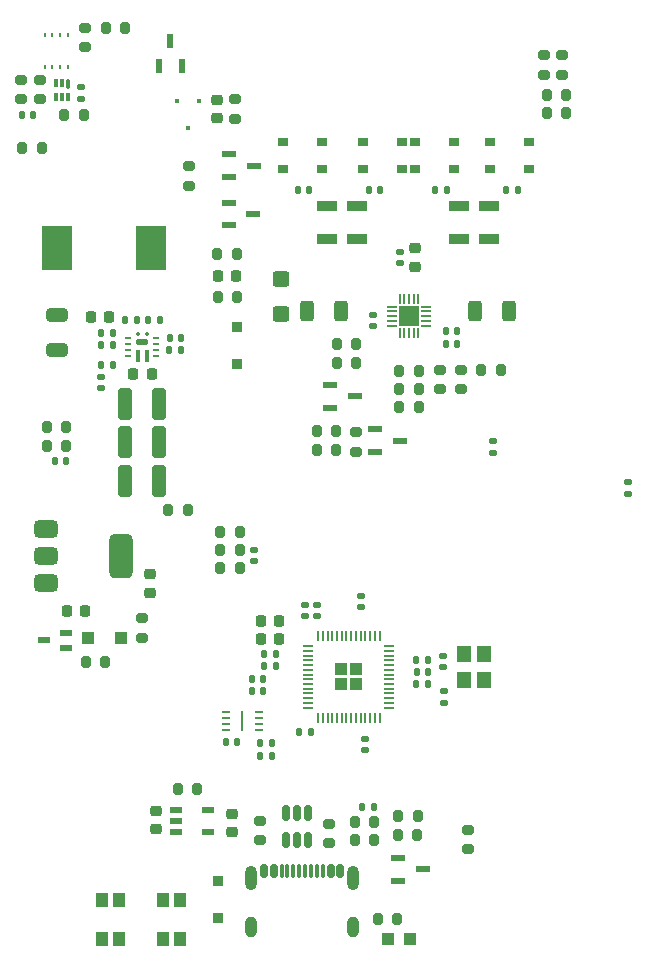
<source format=gtp>
%TF.GenerationSoftware,KiCad,Pcbnew,9.0.0*%
%TF.CreationDate,2025-03-03T22:11:57+00:00*%
%TF.ProjectId,StepUp,53746570-5570-42e6-9b69-6361645f7063,v0.3*%
%TF.SameCoordinates,Original*%
%TF.FileFunction,Paste,Top*%
%TF.FilePolarity,Positive*%
%FSLAX45Y45*%
G04 Gerber Fmt 4.5, Leading zero omitted, Abs format (unit mm)*
G04 Created by KiCad (PCBNEW 9.0.0) date 2025-03-03 22:11:57*
%MOMM*%
%LPD*%
G01*
G04 APERTURE LIST*
G04 Aperture macros list*
%AMRoundRect*
0 Rectangle with rounded corners*
0 $1 Rounding radius*
0 $2 $3 $4 $5 $6 $7 $8 $9 X,Y pos of 4 corners*
0 Add a 4 corners polygon primitive as box body*
4,1,4,$2,$3,$4,$5,$6,$7,$8,$9,$2,$3,0*
0 Add four circle primitives for the rounded corners*
1,1,$1+$1,$2,$3*
1,1,$1+$1,$4,$5*
1,1,$1+$1,$6,$7*
1,1,$1+$1,$8,$9*
0 Add four rect primitives between the rounded corners*
20,1,$1+$1,$2,$3,$4,$5,0*
20,1,$1+$1,$4,$5,$6,$7,0*
20,1,$1+$1,$6,$7,$8,$9,0*
20,1,$1+$1,$8,$9,$2,$3,0*%
G04 Aperture macros list end*
%ADD10R,0.863600X0.787400*%
%ADD11RoundRect,0.250000X0.312500X0.625000X-0.312500X0.625000X-0.312500X-0.625000X0.312500X-0.625000X0*%
%ADD12RoundRect,0.135000X-0.135000X-0.185000X0.135000X-0.185000X0.135000X0.185000X-0.135000X0.185000X0*%
%ADD13RoundRect,0.140000X-0.170000X0.140000X-0.170000X-0.140000X0.170000X-0.140000X0.170000X0.140000X0*%
%ADD14RoundRect,0.200000X0.200000X0.275000X-0.200000X0.275000X-0.200000X-0.275000X0.200000X-0.275000X0*%
%ADD15RoundRect,0.135000X0.135000X0.185000X-0.135000X0.185000X-0.135000X-0.185000X0.135000X-0.185000X0*%
%ADD16RoundRect,0.140000X0.170000X-0.140000X0.170000X0.140000X-0.170000X0.140000X-0.170000X-0.140000X0*%
%ADD17RoundRect,0.140000X-0.140000X-0.170000X0.140000X-0.170000X0.140000X0.170000X-0.140000X0.170000X0*%
%ADD18RoundRect,0.225000X0.225000X0.250000X-0.225000X0.250000X-0.225000X-0.250000X0.225000X-0.250000X0*%
%ADD19RoundRect,0.150000X-0.150000X-0.425000X0.150000X-0.425000X0.150000X0.425000X-0.150000X0.425000X0*%
%ADD20RoundRect,0.075000X-0.075000X-0.500000X0.075000X-0.500000X0.075000X0.500000X-0.075000X0.500000X0*%
%ADD21O,1.000000X2.100000*%
%ADD22O,1.000000X1.800000*%
%ADD23RoundRect,0.140000X0.140000X0.170000X-0.140000X0.170000X-0.140000X-0.170000X0.140000X-0.170000X0*%
%ADD24RoundRect,0.200000X-0.275000X0.200000X-0.275000X-0.200000X0.275000X-0.200000X0.275000X0.200000X0*%
%ADD25RoundRect,0.200000X0.275000X-0.200000X0.275000X0.200000X-0.275000X0.200000X-0.275000X-0.200000X0*%
%ADD26RoundRect,0.200000X-0.200000X-0.275000X0.200000X-0.275000X0.200000X0.275000X-0.200000X0.275000X0*%
%ADD27RoundRect,0.250000X0.325000X1.100000X-0.325000X1.100000X-0.325000X-1.100000X0.325000X-1.100000X0*%
%ADD28R,1.000000X0.550000*%
%ADD29R,0.950000X0.900000*%
%ADD30RoundRect,0.250000X0.292217X-0.292217X0.292217X0.292217X-0.292217X0.292217X-0.292217X-0.292217X0*%
%ADD31RoundRect,0.050000X0.050000X-0.387500X0.050000X0.387500X-0.050000X0.387500X-0.050000X-0.387500X0*%
%ADD32RoundRect,0.050000X0.387500X-0.050000X0.387500X0.050000X-0.387500X0.050000X-0.387500X-0.050000X0*%
%ADD33RoundRect,0.225000X0.250000X-0.225000X0.250000X0.225000X-0.250000X0.225000X-0.250000X-0.225000X0*%
%ADD34RoundRect,0.025000X-0.100000X-0.115000X0.100000X-0.115000X0.100000X0.115000X-0.100000X0.115000X0*%
%ADD35RoundRect,0.035000X-0.140000X-0.425000X0.140000X-0.425000X0.140000X0.425000X-0.140000X0.425000X0*%
%ADD36RoundRect,0.052000X-0.448000X-0.208000X0.448000X-0.208000X0.448000X0.208000X-0.448000X0.208000X0*%
%ADD37RoundRect,0.062500X-0.212500X-0.062500X0.212500X-0.062500X0.212500X0.062500X-0.212500X0.062500X0*%
%ADD38RoundRect,0.062500X0.212500X0.062500X-0.212500X0.062500X-0.212500X-0.062500X0.212500X-0.062500X0*%
%ADD39R,1.000000X1.000000*%
%ADD40R,1.753400X0.912000*%
%ADD41R,1.300000X0.600000*%
%ADD42R,0.254000X0.355600*%
%ADD43RoundRect,0.225000X-0.225000X-0.250000X0.225000X-0.250000X0.225000X0.250000X-0.225000X0.250000X0*%
%ADD44R,1.200000X1.400000*%
%ADD45RoundRect,0.250000X-0.312500X-0.625000X0.312500X-0.625000X0.312500X0.625000X-0.312500X0.625000X0*%
%ADD46RoundRect,0.375000X-0.625000X-0.375000X0.625000X-0.375000X0.625000X0.375000X-0.625000X0.375000X0*%
%ADD47RoundRect,0.500000X-0.500000X-1.400000X0.500000X-1.400000X0.500000X1.400000X-0.500000X1.400000X0*%
%ADD48O,0.857199X0.204000*%
%ADD49O,0.204000X0.857199*%
%ADD50R,1.701800X1.701800*%
%ADD51RoundRect,0.225000X-0.250000X0.225000X-0.250000X-0.225000X0.250000X-0.225000X0.250000X0.225000X0*%
%ADD52R,0.457200X0.406400*%
%ADD53R,0.711200X0.254000*%
%ADD54R,0.254000X1.651000*%
%ADD55R,1.050000X0.600000*%
%ADD56R,0.600000X1.300000*%
%ADD57R,1.050000X1.150000*%
%ADD58RoundRect,0.250000X-0.450000X0.400000X-0.450000X-0.400000X0.450000X-0.400000X0.450000X0.400000X0*%
%ADD59RoundRect,0.250000X-0.650000X0.325000X-0.650000X-0.325000X0.650000X-0.325000X0.650000X0.325000X0*%
%ADD60R,2.650000X3.700000*%
%ADD61RoundRect,0.135000X-0.185000X0.135000X-0.185000X-0.135000X0.185000X-0.135000X0.185000X0.135000X0*%
%ADD62RoundRect,0.070000X0.070000X0.355000X-0.070000X0.355000X-0.070000X-0.355000X0.070000X-0.355000X0*%
%ADD63RoundRect,0.070000X0.070000X0.305000X-0.070000X0.305000X-0.070000X-0.305000X0.070000X-0.305000X0*%
%ADD64RoundRect,0.150000X0.150000X-0.512500X0.150000X0.512500X-0.150000X0.512500X-0.150000X-0.512500X0*%
%ADD65RoundRect,0.250000X-0.300000X-0.300000X0.300000X-0.300000X0.300000X0.300000X-0.300000X0.300000X0*%
G04 APERTURE END LIST*
D10*
%TO.C,D3*%
X9047780Y-6347860D03*
X8717580Y-6347860D03*
%TD*%
D11*
%TO.C,R20*%
X9957290Y-7555000D03*
X9664790Y-7555000D03*
%TD*%
D12*
%TO.C,R30*%
X6498000Y-7735000D03*
X6600000Y-7735000D03*
%TD*%
D13*
%TO.C,C43*%
X10960000Y-9001500D03*
X10960000Y-9097500D03*
%TD*%
D12*
%TO.C,R27*%
X6500500Y-8010000D03*
X6602500Y-8010000D03*
%TD*%
D14*
%TO.C,R31*%
X7235000Y-9235000D03*
X7070000Y-9235000D03*
%TD*%
D15*
%TO.C,R28*%
X7183500Y-7882500D03*
X7081500Y-7882500D03*
%TD*%
D14*
%TO.C,R34*%
X7650000Y-7070000D03*
X7485000Y-7070000D03*
%TD*%
D16*
%TO.C,C10*%
X8700000Y-10058000D03*
X8700000Y-9962000D03*
%TD*%
D17*
%TO.C,C5*%
X9172000Y-10510000D03*
X9268000Y-10510000D03*
%TD*%
D12*
%TO.C,R6*%
X7886000Y-10561250D03*
X7988000Y-10561250D03*
%TD*%
D18*
%TO.C,C8*%
X8012500Y-10177500D03*
X7857500Y-10177500D03*
%TD*%
D19*
%TO.C,J1*%
X7885800Y-12295000D03*
X7965800Y-12295000D03*
D20*
X8080800Y-12295000D03*
X8180800Y-12295000D03*
X8230800Y-12295000D03*
X8330800Y-12295000D03*
D19*
X8445800Y-12295000D03*
X8525800Y-12295000D03*
X8525800Y-12295000D03*
X8445800Y-12295000D03*
D20*
X8380800Y-12295000D03*
X8280800Y-12295000D03*
X8130800Y-12295000D03*
X8030800Y-12295000D03*
D19*
X7965800Y-12295000D03*
X7885800Y-12295000D03*
D21*
X7773800Y-12352500D03*
D22*
X7773800Y-12770500D03*
D21*
X8637800Y-12352500D03*
D22*
X8637800Y-12770500D03*
%TD*%
D17*
%TO.C,C19*%
X9423700Y-7724900D03*
X9519700Y-7724900D03*
%TD*%
D14*
%TO.C,R42*%
X7677500Y-9576000D03*
X7512500Y-9576000D03*
%TD*%
D17*
%TO.C,C18*%
X9422000Y-7830000D03*
X9518000Y-7830000D03*
%TD*%
D23*
%TO.C,C42*%
X8811000Y-11750000D03*
X8715000Y-11750000D03*
%TD*%
D24*
%TO.C,R10*%
X8660000Y-8577500D03*
X8660000Y-8742500D03*
%TD*%
D15*
%TO.C,R2*%
X7951000Y-11210000D03*
X7849000Y-11210000D03*
%TD*%
D12*
%TO.C,R5*%
X9171200Y-10713500D03*
X9273200Y-10713500D03*
%TD*%
%TO.C,R7*%
X7886000Y-10460000D03*
X7988000Y-10460000D03*
%TD*%
D10*
%TO.C,D8*%
X9493540Y-6119260D03*
X9163340Y-6119260D03*
%TD*%
%TO.C,D10*%
X9798340Y-6119260D03*
X10128540Y-6119260D03*
%TD*%
D23*
%TO.C,C39*%
X5927500Y-5892500D03*
X5831500Y-5892500D03*
%TD*%
D16*
%TO.C,C15*%
X8802500Y-7677900D03*
X8802500Y-7581900D03*
%TD*%
D10*
%TO.C,D7*%
X9163340Y-6347860D03*
X9493540Y-6347860D03*
%TD*%
D14*
%TO.C,R8*%
X8495000Y-8730000D03*
X8330000Y-8730000D03*
%TD*%
D24*
%TO.C,R4*%
X8435000Y-11892500D03*
X8435000Y-12057500D03*
%TD*%
D25*
%TO.C,R50*%
X10250000Y-5552500D03*
X10250000Y-5387500D03*
%TD*%
D26*
%TO.C,R35*%
X7490000Y-7437500D03*
X7655000Y-7437500D03*
%TD*%
D27*
%TO.C,C36*%
X6997500Y-8992500D03*
X6702500Y-8992500D03*
%TD*%
D28*
%TO.C,Q3*%
X6207200Y-10405150D03*
X6207200Y-10275150D03*
X6017200Y-10340150D03*
%TD*%
D29*
%TO.C,D13*%
X7655000Y-7687500D03*
X7655000Y-8002500D03*
%TD*%
D30*
%TO.C,U3*%
X8536750Y-10713650D03*
X8664250Y-10713650D03*
X8536750Y-10586150D03*
X8664250Y-10586150D03*
D31*
X8340500Y-10993650D03*
X8380500Y-10993650D03*
X8420500Y-10993650D03*
X8460500Y-10993650D03*
X8500500Y-10993650D03*
X8540500Y-10993650D03*
X8580500Y-10993650D03*
X8620500Y-10993650D03*
X8660500Y-10993650D03*
X8700500Y-10993650D03*
X8740500Y-10993650D03*
X8780500Y-10993650D03*
X8820500Y-10993650D03*
X8860500Y-10993650D03*
D32*
X8944250Y-10909900D03*
X8944250Y-10869900D03*
X8944250Y-10829900D03*
X8944250Y-10789900D03*
X8944250Y-10749900D03*
X8944250Y-10709900D03*
X8944250Y-10669900D03*
X8944250Y-10629900D03*
X8944250Y-10589900D03*
X8944250Y-10549900D03*
X8944250Y-10509900D03*
X8944250Y-10469900D03*
X8944250Y-10429900D03*
X8944250Y-10389900D03*
D31*
X8860500Y-10306150D03*
X8820500Y-10306150D03*
X8780500Y-10306150D03*
X8740500Y-10306150D03*
X8700500Y-10306150D03*
X8660500Y-10306150D03*
X8620500Y-10306150D03*
X8580500Y-10306150D03*
X8540500Y-10306150D03*
X8500500Y-10306150D03*
X8460500Y-10306150D03*
X8420500Y-10306150D03*
X8380500Y-10306150D03*
X8340500Y-10306150D03*
D32*
X8256750Y-10389900D03*
X8256750Y-10429900D03*
X8256750Y-10469900D03*
X8256750Y-10509900D03*
X8256750Y-10549900D03*
X8256750Y-10589900D03*
X8256750Y-10629900D03*
X8256750Y-10669900D03*
X8256750Y-10709900D03*
X8256750Y-10749900D03*
X8256750Y-10789900D03*
X8256750Y-10829900D03*
X8256750Y-10869900D03*
X8256750Y-10909900D03*
%TD*%
D26*
%TO.C,R26*%
X8847500Y-12700000D03*
X9012500Y-12700000D03*
%TD*%
D24*
%TO.C,R3*%
X7850000Y-11867500D03*
X7850000Y-12032500D03*
%TD*%
D23*
%TO.C,C7*%
X7874050Y-10670000D03*
X7778050Y-10670000D03*
%TD*%
D33*
%TO.C,C37*%
X7485000Y-5920000D03*
X7485000Y-5765000D03*
%TD*%
D26*
%TO.C,R24*%
X7150000Y-11595000D03*
X7315000Y-11595000D03*
%TD*%
D18*
%TO.C,C6*%
X8012500Y-10332500D03*
X7857500Y-10332500D03*
%TD*%
D34*
%TO.C,U7*%
X6815000Y-7750250D03*
D35*
X6817500Y-7930250D03*
D36*
X6852500Y-7810250D03*
D35*
X6887500Y-7930250D03*
D34*
X6890000Y-7750250D03*
D37*
X6735000Y-7781250D03*
X6735000Y-7831250D03*
X6735000Y-7881250D03*
X6735000Y-7931250D03*
D38*
X6970000Y-7931250D03*
X6970000Y-7881250D03*
X6970000Y-7831250D03*
X6970000Y-7781250D03*
%TD*%
D39*
%TO.C,LED1*%
X9120000Y-12865000D03*
X8930000Y-12865000D03*
%TD*%
D14*
%TO.C,R47*%
X6707500Y-5160000D03*
X6542500Y-5160000D03*
%TD*%
D24*
%TO.C,R37*%
X5825000Y-5595000D03*
X5825000Y-5760000D03*
%TD*%
D40*
%TO.C,L1*%
X8668040Y-6666120D03*
X8668040Y-6945280D03*
%TD*%
D16*
%TO.C,C13*%
X8335000Y-10138000D03*
X8335000Y-10042000D03*
%TD*%
D10*
%TO.C,D4*%
X8717580Y-6119260D03*
X9047780Y-6119260D03*
%TD*%
D41*
%TO.C,Q4*%
X7585000Y-6225000D03*
X7585000Y-6415000D03*
X7795000Y-6320000D03*
%TD*%
D42*
%TO.C,U8*%
X6025000Y-5482080D03*
X6090000Y-5482080D03*
X6155000Y-5482080D03*
X6220000Y-5482080D03*
X6220000Y-5217920D03*
X6155000Y-5217920D03*
X6090000Y-5217920D03*
X6025000Y-5217920D03*
%TD*%
D17*
%TO.C,C3*%
X7559800Y-11204800D03*
X7655800Y-11204800D03*
%TD*%
D16*
%TO.C,C14*%
X8233400Y-10138000D03*
X8233400Y-10042000D03*
%TD*%
D14*
%TO.C,R14*%
X9192500Y-8364800D03*
X9027500Y-8364800D03*
%TD*%
%TO.C,R39*%
X6207500Y-8537500D03*
X6042500Y-8537500D03*
%TD*%
D40*
%TO.C,L4*%
X9785640Y-6666120D03*
X9785640Y-6945280D03*
%TD*%
D26*
%TO.C,R45*%
X8650000Y-11880100D03*
X8815000Y-11880100D03*
%TD*%
D13*
%TO.C,C44*%
X9820000Y-8655000D03*
X9820000Y-8751000D03*
%TD*%
D14*
%TO.C,R13*%
X8662500Y-7830000D03*
X8497500Y-7830000D03*
%TD*%
D23*
%TO.C,C20*%
X8865500Y-6528900D03*
X8769500Y-6528900D03*
%TD*%
D15*
%TO.C,R29*%
X6600000Y-7840000D03*
X6498000Y-7840000D03*
%TD*%
D23*
%TO.C,C4*%
X7874050Y-10771600D03*
X7778050Y-10771600D03*
%TD*%
%TO.C,C40*%
X6207500Y-8820000D03*
X6111500Y-8820000D03*
%TD*%
D14*
%TO.C,R52*%
X10440000Y-5722500D03*
X10275000Y-5722500D03*
%TD*%
D23*
%TO.C,C28*%
X6998500Y-7627500D03*
X6902500Y-7627500D03*
%TD*%
D27*
%TO.C,C34*%
X6997500Y-8337500D03*
X6702500Y-8337500D03*
%TD*%
D14*
%TO.C,R53*%
X9182500Y-11827500D03*
X9017500Y-11827500D03*
%TD*%
D16*
%TO.C,C2*%
X9400000Y-10568000D03*
X9400000Y-10472000D03*
%TD*%
D43*
%TO.C,C24*%
X6212500Y-10088750D03*
X6367500Y-10088750D03*
%TD*%
D18*
%TO.C,C31*%
X6570000Y-7602500D03*
X6415000Y-7602500D03*
%TD*%
D13*
%TO.C,C1*%
X9410000Y-10772000D03*
X9410000Y-10868000D03*
%TD*%
D40*
%TO.C,L2*%
X8414040Y-6666120D03*
X8414040Y-6945280D03*
%TD*%
D14*
%TO.C,R12*%
X8662500Y-7990000D03*
X8497500Y-7990000D03*
%TD*%
D23*
%TO.C,C9*%
X8278000Y-11120000D03*
X8182000Y-11120000D03*
%TD*%
D41*
%TO.C,D12*%
X7582500Y-6637500D03*
X7582500Y-6827500D03*
X7792500Y-6732500D03*
%TD*%
D18*
%TO.C,C32*%
X6930000Y-8087500D03*
X6775000Y-8087500D03*
%TD*%
D14*
%TO.C,R16*%
X9192500Y-8060000D03*
X9027500Y-8060000D03*
%TD*%
D17*
%TO.C,C23*%
X9934000Y-6525660D03*
X10030000Y-6525660D03*
%TD*%
D44*
%TO.C,Y1*%
X9745000Y-10680000D03*
X9745000Y-10460000D03*
X9575000Y-10460000D03*
X9575000Y-10680000D03*
%TD*%
D26*
%TO.C,R17*%
X9722500Y-8050000D03*
X9887500Y-8050000D03*
%TD*%
D45*
%TO.C,R19*%
X8242390Y-7555000D03*
X8534890Y-7555000D03*
%TD*%
D14*
%TO.C,R23*%
X6537500Y-10522500D03*
X6372500Y-10522500D03*
%TD*%
D23*
%TO.C,C21*%
X8265500Y-6525660D03*
X8169500Y-6525660D03*
%TD*%
D46*
%TO.C,U5*%
X6040000Y-9398750D03*
X6040000Y-9628750D03*
D47*
X6670000Y-9628750D03*
D46*
X6040000Y-9858750D03*
%TD*%
D14*
%TO.C,R33*%
X6000000Y-6172500D03*
X5835000Y-6172500D03*
%TD*%
D12*
%TO.C,R1*%
X7849000Y-11320000D03*
X7951000Y-11320000D03*
%TD*%
D17*
%TO.C,C12*%
X9174200Y-10610000D03*
X9270200Y-10610000D03*
%TD*%
D14*
%TO.C,R44*%
X8815000Y-12032500D03*
X8650000Y-12032500D03*
%TD*%
D25*
%TO.C,R21*%
X6847500Y-10317500D03*
X6847500Y-10152500D03*
%TD*%
D48*
%TO.C,U4*%
X8963000Y-7515000D03*
X8963000Y-7555000D03*
X8963000Y-7595000D03*
X8963000Y-7635000D03*
X8963000Y-7675000D03*
D49*
X9030000Y-7742000D03*
X9070000Y-7742000D03*
X9110000Y-7742000D03*
X9150000Y-7742000D03*
X9190000Y-7742000D03*
D48*
X9257000Y-7675000D03*
X9257000Y-7635000D03*
X9257000Y-7595000D03*
X9257000Y-7555000D03*
X9257000Y-7515000D03*
D49*
X9190000Y-7448000D03*
X9150000Y-7448000D03*
X9110000Y-7448000D03*
X9070000Y-7448000D03*
X9030000Y-7448000D03*
D50*
X9110000Y-7595000D03*
%TD*%
D24*
%TO.C,R11*%
X9370000Y-8047500D03*
X9370000Y-8212500D03*
%TD*%
D26*
%TO.C,R43*%
X7512500Y-9731000D03*
X7677500Y-9731000D03*
%TD*%
D33*
%TO.C,C30*%
X6967500Y-11937500D03*
X6967500Y-11782500D03*
%TD*%
D14*
%TO.C,R15*%
X9192500Y-8212400D03*
X9027500Y-8212400D03*
%TD*%
D10*
%TO.C,D9*%
X10128540Y-6347860D03*
X9798340Y-6347860D03*
%TD*%
D24*
%TO.C,R38*%
X5985000Y-5595000D03*
X5985000Y-5760000D03*
%TD*%
D51*
%TO.C,C29*%
X6915000Y-9782500D03*
X6915000Y-9937500D03*
%TD*%
D26*
%TO.C,R40*%
X6042500Y-8692500D03*
X6207500Y-8692500D03*
%TD*%
D25*
%TO.C,R51*%
X10407500Y-5552500D03*
X10407500Y-5387500D03*
%TD*%
D43*
%TO.C,C38*%
X7490000Y-7252500D03*
X7645000Y-7252500D03*
%TD*%
D16*
%TO.C,C17*%
X9037600Y-7145800D03*
X9037600Y-7049800D03*
%TD*%
D52*
%TO.C,Q5*%
X7335000Y-5770700D03*
X7145000Y-5770700D03*
X7240000Y-5999300D03*
%TD*%
D41*
%TO.C,Q1*%
X8825000Y-8555000D03*
X8825000Y-8745000D03*
X9035000Y-8650000D03*
%TD*%
D53*
%TO.C,U1*%
X7837500Y-11099800D03*
X7837500Y-11049800D03*
X7837500Y-10999800D03*
X7837500Y-10949800D03*
X7558100Y-10949800D03*
X7558100Y-10999800D03*
X7558100Y-11049800D03*
X7558100Y-11099800D03*
D54*
X7697800Y-11024800D03*
%TD*%
D13*
%TO.C,C11*%
X8740000Y-11172000D03*
X8740000Y-11268000D03*
%TD*%
D26*
%TO.C,R9*%
X8330000Y-8570000D03*
X8495000Y-8570000D03*
%TD*%
D14*
%TO.C,R41*%
X7677500Y-9421100D03*
X7512500Y-9421100D03*
%TD*%
D17*
%TO.C,C26*%
X7085000Y-7782500D03*
X7181000Y-7782500D03*
%TD*%
D55*
%TO.C,U6*%
X7140000Y-11775000D03*
X7140000Y-11870000D03*
X7140000Y-11965000D03*
X7410000Y-11965000D03*
X7410000Y-11775000D03*
%TD*%
D25*
%TO.C,R55*%
X9610000Y-12110000D03*
X9610000Y-11945000D03*
%TD*%
D13*
%TO.C,C33*%
X6505000Y-8111500D03*
X6505000Y-8207500D03*
%TD*%
D10*
%TO.C,D5*%
X8045740Y-6347860D03*
X8375940Y-6347860D03*
%TD*%
D56*
%TO.C,Q6*%
X6995000Y-5477500D03*
X7185000Y-5477500D03*
X7090000Y-5267500D03*
%TD*%
D12*
%TO.C,R25*%
X6708000Y-7627500D03*
X6810000Y-7627500D03*
%TD*%
D57*
%TO.C,SW2*%
X7030000Y-12870000D03*
X7175000Y-12870000D03*
X7030000Y-12535000D03*
X7175000Y-12535000D03*
%TD*%
D27*
%TO.C,C35*%
X6997500Y-8665000D03*
X6702500Y-8665000D03*
%TD*%
D24*
%TO.C,R18*%
X9550000Y-8047500D03*
X9550000Y-8212500D03*
%TD*%
D57*
%TO.C,SW1*%
X6510000Y-12870000D03*
X6655000Y-12870000D03*
X6510000Y-12535000D03*
X6655000Y-12535000D03*
%TD*%
D17*
%TO.C,C22*%
X9332000Y-6528900D03*
X9428000Y-6528900D03*
%TD*%
D40*
%TO.C,L3*%
X9531640Y-6666120D03*
X9531640Y-6945280D03*
%TD*%
D14*
%TO.C,R49*%
X10440000Y-5877500D03*
X10275000Y-5877500D03*
%TD*%
D13*
%TO.C,C41*%
X7797500Y-9575000D03*
X7797500Y-9671000D03*
%TD*%
D58*
%TO.C,D2*%
X8030000Y-7285000D03*
X8030000Y-7575000D03*
%TD*%
D24*
%TO.C,R32*%
X7640000Y-5760000D03*
X7640000Y-5925000D03*
%TD*%
D29*
%TO.C,D1*%
X7495000Y-12377500D03*
X7495000Y-12692500D03*
%TD*%
D59*
%TO.C,C25*%
X6130000Y-7585000D03*
X6130000Y-7880000D03*
%TD*%
D51*
%TO.C,C27*%
X7610000Y-11807500D03*
X7610000Y-11962500D03*
%TD*%
D60*
%TO.C,L5*%
X6127500Y-7020000D03*
X6927500Y-7020000D03*
%TD*%
D10*
%TO.C,D6*%
X8375940Y-6119260D03*
X8045740Y-6119260D03*
%TD*%
D61*
%TO.C,R46*%
X6335000Y-5655500D03*
X6335000Y-5757500D03*
%TD*%
D14*
%TO.C,R54*%
X9180000Y-11990000D03*
X9015000Y-11990000D03*
%TD*%
D26*
%TO.C,R36*%
X6192500Y-5895000D03*
X6357500Y-5895000D03*
%TD*%
D41*
%TO.C,Q7*%
X9015000Y-12185000D03*
X9015000Y-12375000D03*
X9225000Y-12280000D03*
%TD*%
%TO.C,Q2*%
X8445000Y-8180000D03*
X8445000Y-8370000D03*
X8655000Y-8275000D03*
%TD*%
D62*
%TO.C,U9*%
X6225000Y-5627500D03*
D63*
X6175000Y-5622500D03*
X6125000Y-5622500D03*
X6125000Y-5737500D03*
X6175000Y-5737500D03*
X6225000Y-5737500D03*
%TD*%
D64*
%TO.C,U2*%
X8064400Y-12027750D03*
X8159400Y-12027750D03*
X8254400Y-12027750D03*
X8254400Y-11800250D03*
X8159400Y-11800250D03*
X8064400Y-11800250D03*
%TD*%
D24*
%TO.C,R48*%
X6367500Y-5155000D03*
X6367500Y-5320000D03*
%TD*%
D33*
%TO.C,C16*%
X9164600Y-7175300D03*
X9164600Y-7020300D03*
%TD*%
D25*
%TO.C,R22*%
X7247500Y-6492500D03*
X7247500Y-6327500D03*
%TD*%
D65*
%TO.C,D11*%
X6391800Y-10317350D03*
X6671800Y-10317350D03*
%TD*%
M02*

</source>
